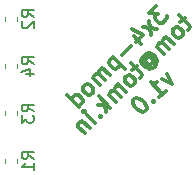
<source format=gbr>
G04 #@! TF.GenerationSoftware,KiCad,Pcbnew,5.1.5-52549c5~84~ubuntu18.04.1*
G04 #@! TF.CreationDate,2019-11-28T18:03:46-08:00*
G04 #@! TF.ProjectId,edison-led-3x4-pmod,65646973-6f6e-42d6-9c65-642d3378342d,rev?*
G04 #@! TF.SameCoordinates,PX68aa6f0PY527e2a0*
G04 #@! TF.FileFunction,Legend,Bot*
G04 #@! TF.FilePolarity,Positive*
%FSLAX46Y46*%
G04 Gerber Fmt 4.6, Leading zero omitted, Abs format (unit mm)*
G04 Created by KiCad (PCBNEW 5.1.5-52549c5~84~ubuntu18.04.1) date 2019-11-28 18:03:46*
%MOMM*%
%LPD*%
G04 APERTURE LIST*
%ADD10C,0.300000*%
%ADD11C,0.120000*%
%ADD12C,0.150000*%
G04 APERTURE END LIST*
D10*
X14526261Y-389508D02*
X13913435Y-1002334D01*
X14620542Y-1049474D01*
X14479120Y-1190895D01*
X14431980Y-1332317D01*
X14431980Y-1426598D01*
X14479120Y-1568019D01*
X14714823Y-1803721D01*
X14856244Y-1850862D01*
X14950525Y-1850862D01*
X15091946Y-1803721D01*
X15374789Y-1520879D01*
X15421930Y-1379457D01*
X15421930Y-1285176D01*
X14573401Y-2322266D02*
X13394890Y-2180845D01*
X13913435Y-1662300D02*
X14054856Y-2840811D01*
X12593502Y-2982233D02*
X13253469Y-3642199D01*
X12452081Y-2369407D02*
X13394890Y-2840811D01*
X12782064Y-3453637D01*
X12357800Y-3783620D02*
X11603553Y-4537867D01*
X10849306Y-4726429D02*
X11839255Y-5716379D01*
X10896446Y-4773570D02*
X10755025Y-4820710D01*
X10566463Y-5009272D01*
X10519322Y-5150693D01*
X10519322Y-5244974D01*
X10566463Y-5386396D01*
X10849306Y-5669238D01*
X10990727Y-5716379D01*
X11085008Y-5716379D01*
X11226429Y-5669238D01*
X11414991Y-5480677D01*
X11462132Y-5339255D01*
X10613603Y-6282064D02*
X9953637Y-5622098D01*
X10047918Y-5716379D02*
X9953637Y-5716379D01*
X9812216Y-5763519D01*
X9670794Y-5904941D01*
X9623654Y-6046362D01*
X9670794Y-6187783D01*
X10189339Y-6706328D01*
X9670794Y-6187783D02*
X9529373Y-6140643D01*
X9387952Y-6187783D01*
X9246530Y-6329205D01*
X9199390Y-6470626D01*
X9246530Y-6612047D01*
X9765075Y-7130592D01*
X9152249Y-7743418D02*
X9199390Y-7601997D01*
X9199390Y-7507716D01*
X9152249Y-7366295D01*
X8869407Y-7083452D01*
X8727985Y-7036311D01*
X8633704Y-7036311D01*
X8492283Y-7083452D01*
X8350862Y-7224873D01*
X8303721Y-7366295D01*
X8303721Y-7460575D01*
X8350862Y-7601997D01*
X8633704Y-7884840D01*
X8775126Y-7931980D01*
X8869407Y-7931980D01*
X9010828Y-7884840D01*
X9152249Y-7743418D01*
X7973738Y-8921930D02*
X6983789Y-7931980D01*
X7926598Y-8874789D02*
X8068019Y-8827649D01*
X8256581Y-8639087D01*
X8303721Y-8497665D01*
X8303721Y-8403385D01*
X8256581Y-8261963D01*
X7973738Y-7979120D01*
X7832317Y-7931980D01*
X7738036Y-7931980D01*
X7596614Y-7979120D01*
X7408053Y-8167682D01*
X7360912Y-8309104D01*
X15452081Y-6123654D02*
X15876345Y-7019322D01*
X14980677Y-6595058D01*
X14744974Y-8150693D02*
X15310660Y-7585008D01*
X15027817Y-7867851D02*
X14037867Y-6877901D01*
X14273570Y-6925042D01*
X14462132Y-6925042D01*
X14603553Y-6877901D01*
X14226429Y-8480677D02*
X14226429Y-8574957D01*
X14320710Y-8574957D01*
X14320710Y-8480677D01*
X14226429Y-8480677D01*
X14320710Y-8574957D01*
X12670794Y-8244974D02*
X12576513Y-8339255D01*
X12529373Y-8480677D01*
X12529373Y-8574957D01*
X12576513Y-8716379D01*
X12717935Y-8952081D01*
X12953637Y-9187783D01*
X13189339Y-9329205D01*
X13330761Y-9376345D01*
X13425042Y-9376345D01*
X13566463Y-9329205D01*
X13660744Y-9234924D01*
X13707884Y-9093502D01*
X13707884Y-8999221D01*
X13660744Y-8857800D01*
X13519322Y-8622098D01*
X13283620Y-8386396D01*
X13047918Y-8244974D01*
X12906497Y-8197834D01*
X12812216Y-8197834D01*
X12670794Y-8244974D01*
X16931202Y-1394533D02*
X16554078Y-1771657D01*
X16459797Y-1205971D02*
X17308326Y-2054499D01*
X17355466Y-2195921D01*
X17308326Y-2337342D01*
X17214045Y-2431623D01*
X16742640Y-2903027D02*
X16789781Y-2761606D01*
X16789781Y-2667325D01*
X16742640Y-2525904D01*
X16459797Y-2243061D01*
X16318376Y-2195921D01*
X16224095Y-2195921D01*
X16082674Y-2243061D01*
X15941253Y-2384482D01*
X15894112Y-2525904D01*
X15894112Y-2620185D01*
X15941253Y-2761606D01*
X16224095Y-3044449D01*
X16365517Y-3091589D01*
X16459797Y-3091589D01*
X16601219Y-3044449D01*
X16742640Y-2903027D01*
X15988393Y-3657275D02*
X15328427Y-2997308D01*
X15422708Y-3091589D02*
X15328427Y-3091589D01*
X15187005Y-3138730D01*
X15045584Y-3280151D01*
X14998443Y-3421572D01*
X15045584Y-3562994D01*
X15564129Y-4081539D01*
X15045584Y-3562994D02*
X14904163Y-3515853D01*
X14762741Y-3562994D01*
X14621320Y-3704415D01*
X14574179Y-3845836D01*
X14621320Y-3987258D01*
X15139865Y-4505803D01*
X13584230Y-5118629D02*
X13584230Y-5024348D01*
X13631370Y-4882926D01*
X13725651Y-4788645D01*
X13867073Y-4741505D01*
X13961354Y-4741505D01*
X14102775Y-4788645D01*
X14197056Y-4882926D01*
X14244196Y-5024348D01*
X14244196Y-5118629D01*
X14197056Y-5260050D01*
X14102775Y-5354331D01*
X13961354Y-5401471D01*
X13867073Y-5401471D01*
X13489949Y-5024348D02*
X13867073Y-5401471D01*
X13867073Y-5495752D01*
X13819932Y-5542893D01*
X13678511Y-5590033D01*
X13537089Y-5542893D01*
X13301387Y-5307190D01*
X13254247Y-5071488D01*
X13301387Y-4835786D01*
X13442809Y-4600084D01*
X13678511Y-4458662D01*
X13914213Y-4411522D01*
X14149915Y-4458662D01*
X14385618Y-4600084D01*
X14527039Y-4835786D01*
X14574179Y-5071488D01*
X14527039Y-5307190D01*
X14385618Y-5542893D01*
X14149915Y-5684314D01*
X13914213Y-5731455D01*
X12877123Y-5448612D02*
X12500000Y-5825735D01*
X12405719Y-5260050D02*
X13254247Y-6108578D01*
X13301387Y-6250000D01*
X13254247Y-6391421D01*
X13159966Y-6485702D01*
X12688561Y-6957106D02*
X12735702Y-6815685D01*
X12735702Y-6721404D01*
X12688561Y-6579983D01*
X12405719Y-6297140D01*
X12264297Y-6250000D01*
X12170016Y-6250000D01*
X12028595Y-6297140D01*
X11887174Y-6438561D01*
X11840033Y-6579983D01*
X11840033Y-6674264D01*
X11887174Y-6815685D01*
X12170016Y-7098528D01*
X12311438Y-7145668D01*
X12405719Y-7145668D01*
X12547140Y-7098528D01*
X12688561Y-6957106D01*
X11934314Y-7711354D02*
X11274348Y-7051387D01*
X11368629Y-7145668D02*
X11274348Y-7145668D01*
X11132926Y-7192809D01*
X10991505Y-7334230D01*
X10944365Y-7475651D01*
X10991505Y-7617073D01*
X11510050Y-8135618D01*
X10991505Y-7617073D02*
X10850084Y-7569932D01*
X10708662Y-7617073D01*
X10567241Y-7758494D01*
X10520101Y-7899915D01*
X10567241Y-8041337D01*
X11085786Y-8559882D01*
X10614381Y-9031286D02*
X9624432Y-8041337D01*
X10142977Y-8748443D02*
X10237258Y-9408410D01*
X9577291Y-8748443D02*
X10331539Y-8748443D01*
X9718713Y-9738393D02*
X9718713Y-9832674D01*
X9812994Y-9832674D01*
X9812994Y-9738393D01*
X9718713Y-9738393D01*
X9812994Y-9832674D01*
X9341589Y-10304078D02*
X8681623Y-9644112D01*
X8351640Y-9314129D02*
X8445921Y-9314129D01*
X8445921Y-9408410D01*
X8351640Y-9408410D01*
X8351640Y-9314129D01*
X8445921Y-9408410D01*
X8210218Y-10115517D02*
X8870185Y-10775483D01*
X8304499Y-10209797D02*
X8210218Y-10209797D01*
X8068797Y-10256938D01*
X7927376Y-10398359D01*
X7880235Y-10539781D01*
X7927376Y-10681202D01*
X8445921Y-11199747D01*
D11*
X1740000Y-5662779D02*
X1740000Y-5337221D01*
X2760000Y-5662779D02*
X2760000Y-5337221D01*
X1740000Y-9662779D02*
X1740000Y-9337221D01*
X2760000Y-9662779D02*
X2760000Y-9337221D01*
X1740000Y-1662779D02*
X1740000Y-1337221D01*
X2760000Y-1662779D02*
X2760000Y-1337221D01*
X1740000Y-13662779D02*
X1740000Y-13337221D01*
X2760000Y-13662779D02*
X2760000Y-13337221D01*
D12*
X4132380Y-5333333D02*
X3656190Y-5000000D01*
X4132380Y-4761904D02*
X3132380Y-4761904D01*
X3132380Y-5142857D01*
X3180000Y-5238095D01*
X3227619Y-5285714D01*
X3322857Y-5333333D01*
X3465714Y-5333333D01*
X3560952Y-5285714D01*
X3608571Y-5238095D01*
X3656190Y-5142857D01*
X3656190Y-4761904D01*
X3465714Y-6190476D02*
X4132380Y-6190476D01*
X3084761Y-5952380D02*
X3799047Y-5714285D01*
X3799047Y-6333333D01*
X4132380Y-9333333D02*
X3656190Y-9000000D01*
X4132380Y-8761904D02*
X3132380Y-8761904D01*
X3132380Y-9142857D01*
X3180000Y-9238095D01*
X3227619Y-9285714D01*
X3322857Y-9333333D01*
X3465714Y-9333333D01*
X3560952Y-9285714D01*
X3608571Y-9238095D01*
X3656190Y-9142857D01*
X3656190Y-8761904D01*
X3132380Y-9666666D02*
X3132380Y-10285714D01*
X3513333Y-9952380D01*
X3513333Y-10095238D01*
X3560952Y-10190476D01*
X3608571Y-10238095D01*
X3703809Y-10285714D01*
X3941904Y-10285714D01*
X4037142Y-10238095D01*
X4084761Y-10190476D01*
X4132380Y-10095238D01*
X4132380Y-9809523D01*
X4084761Y-9714285D01*
X4037142Y-9666666D01*
X4132380Y-1333333D02*
X3656190Y-1000000D01*
X4132380Y-761904D02*
X3132380Y-761904D01*
X3132380Y-1142857D01*
X3180000Y-1238095D01*
X3227619Y-1285714D01*
X3322857Y-1333333D01*
X3465714Y-1333333D01*
X3560952Y-1285714D01*
X3608571Y-1238095D01*
X3656190Y-1142857D01*
X3656190Y-761904D01*
X3227619Y-1714285D02*
X3180000Y-1761904D01*
X3132380Y-1857142D01*
X3132380Y-2095238D01*
X3180000Y-2190476D01*
X3227619Y-2238095D01*
X3322857Y-2285714D01*
X3418095Y-2285714D01*
X3560952Y-2238095D01*
X4132380Y-1666666D01*
X4132380Y-2285714D01*
X4132380Y-13333333D02*
X3656190Y-13000000D01*
X4132380Y-12761904D02*
X3132380Y-12761904D01*
X3132380Y-13142857D01*
X3180000Y-13238095D01*
X3227619Y-13285714D01*
X3322857Y-13333333D01*
X3465714Y-13333333D01*
X3560952Y-13285714D01*
X3608571Y-13238095D01*
X3656190Y-13142857D01*
X3656190Y-12761904D01*
X4132380Y-14285714D02*
X4132380Y-13714285D01*
X4132380Y-14000000D02*
X3132380Y-14000000D01*
X3275238Y-13904761D01*
X3370476Y-13809523D01*
X3418095Y-13714285D01*
M02*

</source>
